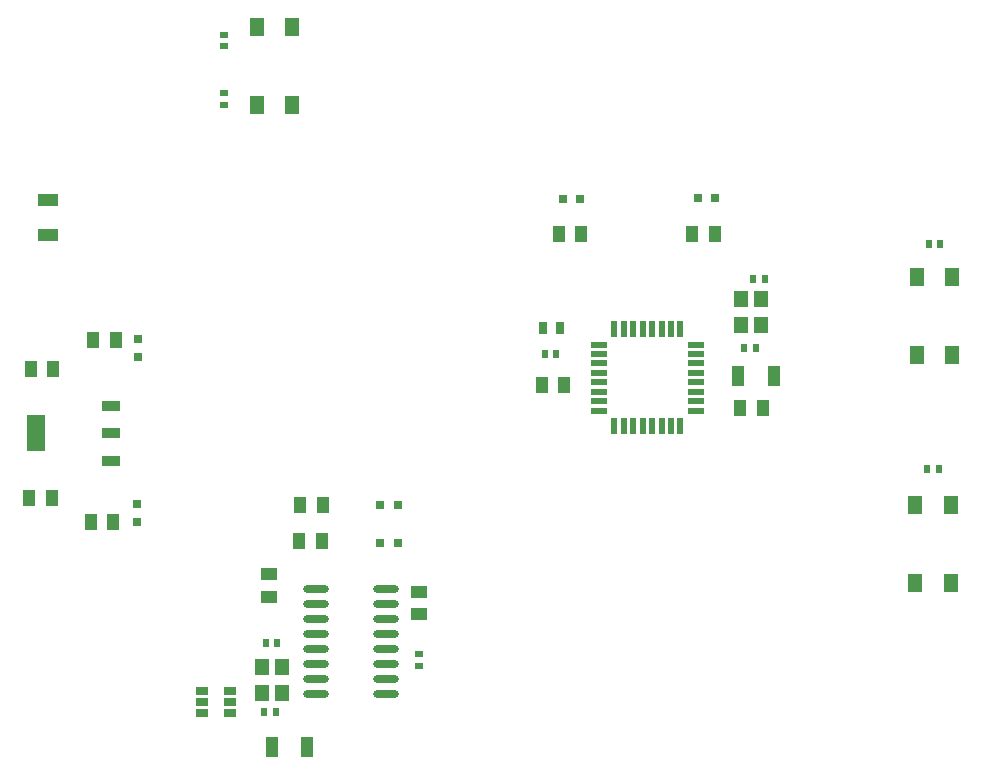
<source format=gtp>
G04*
G04 #@! TF.GenerationSoftware,Altium Limited,Altium Designer,22.1.2 (22)*
G04*
G04 Layer_Color=8421504*
%FSLAX25Y25*%
%MOIN*%
G70*
G04*
G04 #@! TF.SameCoordinates,DE848DBD-6215-49A0-A964-8366D708164F*
G04*
G04*
G04 #@! TF.FilePolarity,Positive*
G04*
G01*
G75*
%ADD20R,0.05709X0.03937*%
%ADD21R,0.03937X0.05709*%
%ADD22R,0.04724X0.05906*%
%ADD23R,0.02362X0.02756*%
%ADD24R,0.02756X0.02362*%
%ADD25R,0.06300X0.03300*%
%ADD26R,0.06300X0.12200*%
%ADD27R,0.07100X0.04400*%
%ADD28R,0.05800X0.02000*%
%ADD29R,0.02000X0.05800*%
%ADD30R,0.02953X0.03937*%
%ADD31R,0.03150X0.03150*%
%ADD32O,0.08661X0.02400*%
%ADD33R,0.03150X0.03150*%
%ADD34R,0.03937X0.02756*%
%ADD35R,0.04724X0.05511*%
%ADD36R,0.04400X0.07100*%
D20*
X97000Y63000D02*
D03*
Y70480D02*
D03*
X147000Y64740D02*
D03*
Y57260D02*
D03*
D21*
X238260Y184000D02*
D03*
X245740D02*
D03*
X201240D02*
D03*
X193760D02*
D03*
X107260Y81500D02*
D03*
X114740D02*
D03*
X24740Y96000D02*
D03*
X17260D02*
D03*
X45240Y88000D02*
D03*
X37760D02*
D03*
X107520Y93500D02*
D03*
X115000D02*
D03*
X46000Y148500D02*
D03*
X38520D02*
D03*
X17760Y139000D02*
D03*
X25240D02*
D03*
X254260Y126000D02*
D03*
X261740D02*
D03*
X188020Y133500D02*
D03*
X195500D02*
D03*
D22*
X324406Y93492D02*
D03*
X312595Y67508D02*
D03*
X324406D02*
D03*
X312595Y93492D02*
D03*
X324905Y169492D02*
D03*
X313094Y143508D02*
D03*
X324905D02*
D03*
X313094Y169492D02*
D03*
X93094Y227008D02*
D03*
X104905Y252992D02*
D03*
X93094D02*
D03*
X104905Y227008D02*
D03*
D23*
X317032Y180500D02*
D03*
X320969D02*
D03*
X316563Y105500D02*
D03*
X320500D02*
D03*
X96031Y47500D02*
D03*
X99968D02*
D03*
X99468Y24500D02*
D03*
X95531D02*
D03*
X255532Y146000D02*
D03*
X259469D02*
D03*
X262469Y169000D02*
D03*
X258531D02*
D03*
X192968Y144000D02*
D03*
X189032D02*
D03*
D24*
X82000Y230937D02*
D03*
Y227000D02*
D03*
Y246500D02*
D03*
Y250437D02*
D03*
X147000Y40031D02*
D03*
Y43968D02*
D03*
D25*
X44600Y126600D02*
D03*
Y117500D02*
D03*
Y108400D02*
D03*
D26*
X19400Y117500D02*
D03*
D27*
X23500Y183600D02*
D03*
Y195400D02*
D03*
D28*
X239493Y125100D02*
D03*
Y128200D02*
D03*
Y131400D02*
D03*
Y134500D02*
D03*
Y137700D02*
D03*
Y140800D02*
D03*
X207093Y147100D02*
D03*
Y144000D02*
D03*
Y140800D02*
D03*
Y137700D02*
D03*
Y134500D02*
D03*
Y131400D02*
D03*
Y128200D02*
D03*
Y125100D02*
D03*
X239493Y147100D02*
D03*
Y144000D02*
D03*
D29*
X234293Y152300D02*
D03*
X231193D02*
D03*
X227993D02*
D03*
X224893D02*
D03*
X221693D02*
D03*
X218593D02*
D03*
X215393D02*
D03*
X212293D02*
D03*
Y119900D02*
D03*
X215393D02*
D03*
X218593D02*
D03*
X221693D02*
D03*
X224893D02*
D03*
X227993D02*
D03*
X231193D02*
D03*
X234293D02*
D03*
D30*
X188488Y152500D02*
D03*
X194000D02*
D03*
D31*
X53000Y93906D02*
D03*
Y88000D02*
D03*
X53500Y143047D02*
D03*
Y148953D02*
D03*
D32*
X112800Y65500D02*
D03*
Y60500D02*
D03*
Y55500D02*
D03*
Y50500D02*
D03*
Y45500D02*
D03*
Y40500D02*
D03*
Y35500D02*
D03*
Y30500D02*
D03*
X136200D02*
D03*
Y35500D02*
D03*
Y40500D02*
D03*
Y45500D02*
D03*
Y50500D02*
D03*
Y55500D02*
D03*
Y60500D02*
D03*
Y65500D02*
D03*
D33*
X140000Y81000D02*
D03*
X134095D02*
D03*
X140047Y93500D02*
D03*
X134142D02*
D03*
X195047Y195500D02*
D03*
X200953D02*
D03*
X245953Y196000D02*
D03*
X240047D02*
D03*
D34*
X74923Y31740D02*
D03*
Y28000D02*
D03*
Y24260D02*
D03*
X84224D02*
D03*
Y28000D02*
D03*
Y31740D02*
D03*
D35*
X94807Y39662D02*
D03*
Y31001D02*
D03*
X101500Y39662D02*
D03*
Y31000D02*
D03*
X254457Y153669D02*
D03*
X261150Y162330D02*
D03*
Y153668D02*
D03*
X254457Y162330D02*
D03*
D36*
X109900Y13000D02*
D03*
X98100D02*
D03*
X265400Y136500D02*
D03*
X253600D02*
D03*
M02*

</source>
